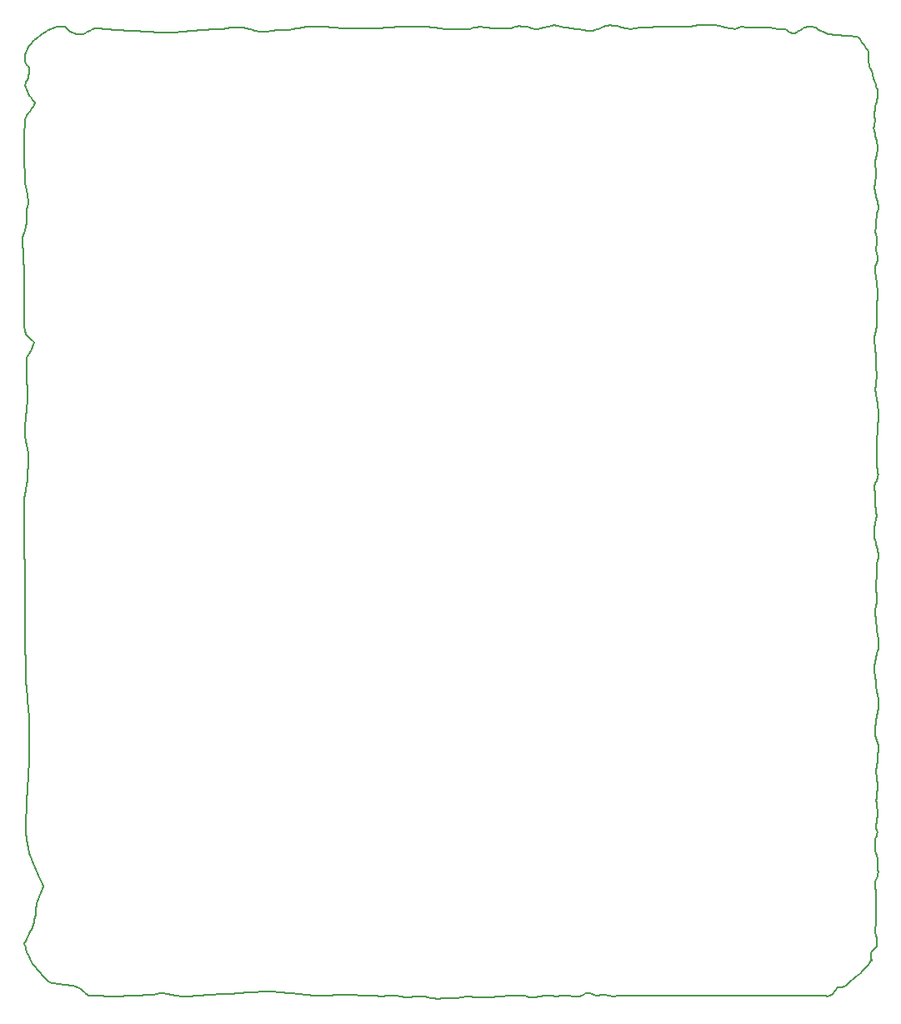
<source format=gbr>
%TF.GenerationSoftware,KiCad,Pcbnew,6.0.9-8da3e8f707~116~ubuntu22.04.1*%
%TF.CreationDate,2022-12-01T21:45:54+01:00*%
%TF.ProjectId,anesidoraMk1,616e6573-6964-46f7-9261-4d6b312e6b69,rev?*%
%TF.SameCoordinates,PX5ddd8a8PY82ce540*%
%TF.FileFunction,Profile,NP*%
%FSLAX46Y46*%
G04 Gerber Fmt 4.6, Leading zero omitted, Abs format (unit mm)*
G04 Created by KiCad (PCBNEW 6.0.9-8da3e8f707~116~ubuntu22.04.1) date 2022-12-01 21:45:54*
%MOMM*%
%LPD*%
G01*
G04 APERTURE LIST*
%ADD10C,0.200000*%
G04 APERTURE END LIST*
D10*
X807862Y60691905D02*
X786602Y60469738D01*
X764674Y60247723D01*
X742340Y60025826D01*
X719860Y59804011D01*
X697498Y59582242D01*
X675513Y59360487D01*
X654169Y59138708D01*
X633726Y58916872D01*
X614446Y58694943D01*
X596592Y58472886D01*
X585610Y58324759D01*
X465656Y49441817D02*
X474250Y49166074D01*
X480473Y48890483D01*
X484744Y48615009D01*
X487480Y48339617D01*
X489100Y48064272D01*
X490024Y47788939D01*
X490669Y47513582D01*
X491454Y47238167D01*
X492798Y46962658D01*
X495119Y46687020D01*
X497416Y46503172D01*
X786696Y95084207D02*
X921994Y94927441D01*
X982142Y94729000D01*
X994823Y94586779D01*
X35429457Y98777780D02*
X35173976Y98773099D01*
X34918206Y98767423D01*
X34662187Y98761416D01*
X34405962Y98755737D01*
X34149571Y98751051D01*
X33893056Y98748016D01*
X33636458Y98747296D01*
X33379819Y98749552D01*
X46432597Y98890672D02*
X46226728Y98858922D01*
X46160972Y98837747D01*
X50172054Y98865975D02*
X49972561Y98806262D01*
X49766737Y98769243D01*
X49628762Y98756615D01*
X87139630Y44273614D02*
X87141903Y44478477D01*
X87164812Y44681268D01*
X87189024Y44774552D01*
X66502130Y98982398D02*
X66298719Y98985926D01*
X66095226Y98987083D01*
X65891570Y98986594D01*
X65687671Y98985186D01*
X65483450Y98983584D01*
X65278826Y98982515D01*
X65196847Y98982398D01*
X871360Y22196774D02*
X857473Y21965596D01*
X843621Y21734399D01*
X829840Y21503166D01*
X816163Y21271879D01*
X802626Y21040523D01*
X789263Y20809078D01*
X776110Y20577528D01*
X763202Y20345855D01*
X750573Y20114043D01*
X738258Y19882073D01*
X730240Y19727330D01*
X86878577Y47748488D02*
X86851905Y47952394D01*
X86864198Y48184817D01*
X86907413Y48412621D01*
X86964932Y48637136D01*
X87005572Y48796227D01*
X39578127Y405706D02*
X39812630Y422739D01*
X40047740Y440799D01*
X40283314Y457931D01*
X40519215Y472178D01*
X40755302Y481586D01*
X40834015Y483307D01*
X87062029Y41539586D02*
X87018526Y41756515D01*
X86992325Y41974232D01*
X86985100Y42192041D01*
X86998524Y42409246D01*
X87034270Y42625149D01*
X87051435Y42696707D01*
X87259583Y80408639D02*
X87290518Y80612912D01*
X87265433Y80827272D01*
X87234886Y80948399D01*
X6036010Y98171013D02*
X5802919Y98212455D01*
X5578743Y98271485D01*
X5366710Y98354320D01*
X5170051Y98467177D01*
X4991995Y98616275D01*
X4835773Y98807831D01*
X4780122Y98897734D01*
X68170762Y98950638D02*
X67970586Y98929356D01*
X67768212Y98918402D01*
X67565580Y98917783D01*
X67525194Y98918900D01*
X86659857Y5143509D02*
X86818144Y5277655D01*
X86975727Y5415868D01*
X87121995Y5542149D01*
X850194Y53280041D02*
X840257Y53038176D01*
X818469Y52798493D01*
X786927Y52560588D01*
X747730Y52324057D01*
X702977Y52088495D01*
X654765Y51853500D01*
X634983Y51759569D01*
X61185766Y98894203D02*
X60976370Y98953152D01*
X60764910Y99004478D01*
X60551390Y99038492D01*
X60508439Y99042364D01*
X40784621Y98929472D02*
X40569750Y98929901D01*
X40355451Y98934637D01*
X40141278Y98941904D01*
X39926788Y98949928D01*
X39803910Y98954169D01*
X733771Y89908942D02*
X626177Y89727808D01*
X569563Y89531422D01*
X557382Y89390369D01*
X83622445Y98047528D02*
X83386327Y98064578D01*
X83150349Y98081207D01*
X82914650Y98099229D01*
X82679370Y98120459D01*
X82444649Y98146709D01*
X82366557Y98156888D01*
X6706296Y98312111D02*
X6506210Y98217570D01*
X6297086Y98167595D01*
X6080204Y98165426D01*
X6036010Y98171013D01*
X74446692Y98883609D02*
X74228404Y98881200D01*
X74010121Y98880860D01*
X73791835Y98892924D01*
X73748177Y98897734D01*
X75942466Y98887141D02*
X75709066Y98883382D01*
X75475313Y98881638D01*
X75241368Y98881345D01*
X75007393Y98881940D01*
X74773548Y98882857D01*
X74539995Y98883533D01*
X74446692Y98883609D01*
X86790383Y93750697D02*
X86718430Y93963612D01*
X86645370Y94176086D01*
X86570095Y94387674D01*
X86491498Y94597930D01*
X86444668Y94717305D01*
X455084Y69045681D02*
X463103Y68832647D01*
X487837Y68623024D01*
X525328Y68416083D01*
X571621Y68211099D01*
X622762Y68007344D01*
X674794Y67804089D01*
X694971Y67722764D01*
X87185492Y26250209D02*
X87083707Y26483442D01*
X87013508Y26719734D01*
X86970429Y26958506D01*
X86950006Y27199180D01*
X86947774Y27441177D01*
X86959267Y27683919D01*
X86980021Y27926826D01*
X87005572Y28169321D01*
X87199596Y18767785D02*
X87224923Y18968819D01*
X87221960Y19169728D01*
X87191345Y19372444D01*
X87181961Y19413374D01*
X776103Y62688618D02*
X814511Y62439751D01*
X840600Y62190594D01*
X855608Y61941189D01*
X860777Y61691578D01*
X857346Y61441803D01*
X846556Y61191904D01*
X829648Y60941925D01*
X807862Y60691905D01*
X4780122Y98897734D02*
X4579116Y98914795D01*
X4519070Y98925941D01*
X511519Y85054738D02*
X522760Y84852057D01*
X533609Y84647962D01*
X539547Y84443096D01*
X539748Y84402086D01*
X9285101Y497431D02*
X9512957Y482777D01*
X9740206Y475471D01*
X9966988Y476910D01*
X10193445Y488488D01*
X10419718Y511599D01*
X10495126Y522107D01*
X76760913Y98753083D02*
X76562586Y98819173D01*
X76359626Y98861122D01*
X76152698Y98882567D01*
X75942466Y98887141D01*
X28462096Y98820112D02*
X28265295Y98777670D01*
X28067889Y98738017D01*
X27870018Y98701710D01*
X27671821Y98669310D01*
X27473438Y98641375D01*
X27407294Y98633151D01*
X86292954Y96428290D02*
X86176444Y96592642D01*
X86050324Y96770621D01*
X85932023Y96937364D01*
X85802699Y97119000D01*
X85739112Y97207915D01*
X79170370Y98520260D02*
X79006812Y98401433D01*
X78941077Y98357974D01*
X87076132Y18129258D02*
X87112580Y18328512D01*
X87152779Y18528546D01*
X87192202Y18728060D01*
X87199596Y18767785D01*
X47628518Y98841278D02*
X47405896Y98868006D01*
X47182530Y98892873D01*
X46958419Y98910299D01*
X46733563Y98914702D01*
X46507962Y98900504D01*
X46432597Y98890672D01*
X87065538Y49530011D02*
X87028820Y49778878D01*
X87000000Y50028033D01*
X86978042Y50277435D01*
X86961913Y50527044D01*
X86950579Y50776818D01*
X86943007Y51026717D01*
X86938162Y51276699D01*
X86935012Y51526724D01*
X45494217Y458609D02*
X45704537Y452740D01*
X45914717Y444356D01*
X46124618Y435412D01*
X46334100Y427861D01*
X46543024Y423659D01*
X46612517Y423340D01*
X7150800Y98566122D02*
X6968704Y98467474D01*
X6789335Y98360642D01*
X6706296Y98312111D01*
X31231414Y553866D02*
X31437154Y549324D01*
X31555964Y564460D01*
X811372Y96671707D02*
X722634Y96487691D01*
X654186Y96297252D01*
X604033Y96101055D01*
X570178Y95899760D01*
X557382Y95782701D01*
X4519070Y98925941D02*
X4277191Y98961118D01*
X4043209Y98965246D01*
X3816421Y98941014D01*
X3596123Y98891109D01*
X3381612Y98818217D01*
X3172185Y98725027D01*
X2967140Y98614226D01*
X2765774Y98488500D01*
X87012635Y84522040D02*
X86953134Y84733693D01*
X86931684Y84943416D01*
X86940746Y85152316D01*
X86972785Y85361499D01*
X86998510Y85481585D01*
X87012635Y6741581D02*
X86973482Y6940799D01*
X86956425Y7140677D01*
X86959247Y7341883D01*
X86979730Y7545082D01*
X86998510Y7662347D01*
X86998510Y7662347D02*
X87027679Y7869719D01*
X87045775Y8078627D01*
X87055868Y8288373D01*
X87061027Y8498258D01*
X87064322Y8707586D01*
X87065538Y8777116D01*
X86977344Y62233543D02*
X87012202Y62437121D01*
X87038165Y62641036D01*
X87056384Y62845254D01*
X87068011Y63049739D01*
X87074195Y63254457D01*
X87076089Y63459373D01*
X87074845Y63664452D01*
X87071612Y63869659D01*
X87067543Y64074959D01*
X87063788Y64280318D01*
X87062029Y64417238D01*
X51403245Y98936535D02*
X51219794Y98950638D01*
X39253577Y409237D02*
X39455282Y399691D01*
X39578127Y405706D01*
X54003215Y99035301D02*
X53805980Y98988146D01*
X53608116Y98944332D01*
X53410025Y98901520D01*
X53212112Y98857367D01*
X53014781Y98809532D01*
X52818436Y98755673D01*
X52740265Y98731918D01*
X645577Y93203896D02*
X603208Y92996045D01*
X627831Y92796623D01*
X642045Y92752330D01*
X87132567Y54938079D02*
X87132315Y55156403D01*
X87131712Y55374799D01*
X87130985Y55593257D01*
X87130362Y55811766D01*
X87130069Y56030315D01*
X87130334Y56248896D01*
X87131385Y56467497D01*
X87133449Y56686108D01*
X87136754Y56904718D01*
X87141526Y57123319D01*
X87147994Y57341898D01*
X87156384Y57560446D01*
X87166925Y57778952D01*
X87179843Y57997407D01*
X87195365Y58215799D01*
X87213721Y58434119D01*
X553851Y78235537D02*
X460796Y78014554D01*
X394405Y77791423D01*
X351368Y77566064D01*
X328371Y77338398D01*
X322104Y77108342D01*
X329254Y76875816D01*
X335130Y76782095D01*
X10911401Y550335D02*
X11134555Y559015D01*
X11357559Y567292D01*
X11580446Y575325D01*
X11803252Y583271D01*
X12026011Y591285D01*
X12248759Y599526D01*
X12471530Y608151D01*
X12694359Y617316D01*
X12917281Y627179D01*
X13140331Y637896D01*
X13289120Y645592D01*
X86843287Y88441396D02*
X86811889Y88640610D01*
X86816600Y88855252D01*
X86865485Y89064079D01*
X86889150Y89125786D01*
X87111401Y14813138D02*
X87025031Y15006840D01*
X86973384Y15206490D01*
X86950179Y15411434D01*
X86949137Y15621013D01*
X87125526Y69885293D02*
X87116035Y70117261D01*
X87113490Y70349941D01*
X87117082Y70583010D01*
X87126004Y70816144D01*
X87139447Y71049022D01*
X87156605Y71281321D01*
X87164327Y71374005D01*
X818434Y80623850D02*
X777512Y80407525D01*
X754497Y80191061D01*
X744226Y79974319D01*
X741540Y79757161D01*
X741275Y79539447D01*
X740833Y79466728D01*
X821965Y65507309D02*
X732110Y65328068D01*
X723177Y65207457D01*
X48665686Y444506D02*
X48872912Y460070D01*
X49079278Y485321D01*
X49265412Y508004D01*
X786696Y4953016D02*
X855629Y4764151D01*
X888994Y4691943D01*
X1270000Y14351000D02*
X1359841Y14157258D01*
X1448875Y13963046D01*
X1537223Y13768451D01*
X1625008Y13573559D01*
X1712351Y13378459D01*
X1799374Y13183237D01*
X1886200Y12987981D01*
X1972951Y12792777D01*
X2059749Y12597714D01*
X2146716Y12402877D01*
X2204848Y12273155D01*
X57358136Y702027D02*
X57547083Y792934D01*
X57758009Y819394D01*
X57955363Y785705D01*
X57975497Y779649D01*
X5468043Y1569868D02*
X5674955Y1518507D01*
X5873445Y1443720D01*
X6062184Y1346396D01*
X6239846Y1227424D01*
X6335884Y1150062D01*
X87129057Y92688833D02*
X87059302Y92884982D01*
X86995226Y93083731D01*
X86934316Y93283966D01*
X86874058Y93484572D01*
X86811938Y93684435D01*
X86790383Y93750697D01*
X64918161Y98975335D02*
X64709324Y98934131D01*
X64499697Y98909865D01*
X64289523Y98897776D01*
X64079041Y98893098D01*
X63868494Y98891070D01*
X63658123Y98886926D01*
X63574078Y98883609D01*
X27887066Y783181D02*
X28088130Y771546D01*
X28288573Y755224D01*
X28488514Y735299D01*
X28688078Y712850D01*
X28887386Y688961D01*
X29086559Y664711D01*
X29285721Y641183D01*
X29484994Y619458D01*
X29684499Y600618D01*
X29884360Y585743D01*
X30017858Y578563D01*
X87196064Y86345895D02*
X87223238Y86550415D01*
X87210958Y86755672D01*
X87181961Y86896227D01*
X87171389Y53089527D02*
X87233719Y53289291D01*
X87240165Y53493967D01*
X87224293Y53590487D01*
X87019676Y74771257D02*
X87111612Y74949395D01*
X87150223Y75018206D01*
X82112546Y518597D02*
X82319115Y539193D01*
X82503713Y623201D01*
X82654143Y769677D01*
X82694638Y825512D01*
X87143161Y37524973D02*
X87119948Y37727528D01*
X87097686Y37930287D01*
X87076002Y38133129D01*
X87054524Y38335928D01*
X87032881Y38538562D01*
X87010701Y38740906D01*
X86987611Y38942838D01*
X86963241Y39144233D01*
X458594Y73010899D02*
X458631Y72762892D01*
X458731Y72514958D01*
X458873Y72267085D01*
X459035Y72019264D01*
X459198Y71771484D01*
X459339Y71523736D01*
X459440Y71276008D01*
X459479Y71028290D01*
X459435Y70780573D01*
X459288Y70532845D01*
X459018Y70285097D01*
X458602Y70037317D01*
X458022Y69789496D01*
X457256Y69541623D01*
X456283Y69293689D01*
X455084Y69045681D01*
X2204848Y12273155D02*
X2293224Y12073892D01*
X2380179Y11873857D01*
X2466357Y11674337D01*
X2483557Y11634607D01*
X45077942Y430403D02*
X45284755Y457733D01*
X45494217Y458609D01*
X86867984Y33316337D02*
X86822738Y33532673D01*
X86820762Y33755543D01*
X86844288Y33954951D01*
X86871515Y34103024D01*
X39571065Y98957701D02*
X39315591Y98948723D01*
X39059869Y98940117D01*
X38803981Y98931594D01*
X38548011Y98922865D01*
X38292040Y98913641D01*
X38036153Y98903632D01*
X37780431Y98892548D01*
X37524958Y98880100D01*
X790206Y16287747D02*
X825157Y16069696D01*
X858125Y15850314D01*
X892413Y15630929D01*
X931326Y15412865D01*
X86871515Y47148761D02*
X86852327Y47350467D01*
X86853880Y47473311D01*
X80017045Y539763D02*
X80278980Y539867D01*
X80540918Y539929D01*
X80802856Y539578D01*
X81064795Y538442D01*
X81326734Y536148D01*
X81588672Y532324D01*
X81850610Y526598D01*
X82112546Y518597D01*
X36755905Y472734D02*
X36991775Y513986D01*
X37227139Y543054D01*
X37462050Y560774D01*
X37696560Y567983D01*
X37930720Y565519D01*
X38164585Y554218D01*
X38398205Y534918D01*
X38631635Y508455D01*
X38864925Y475667D01*
X39098129Y437391D01*
X39253577Y409237D01*
X86935012Y51526724D02*
X86923549Y51734094D01*
X86898333Y51941464D01*
X86875046Y52129982D01*
X1139474Y91813951D02*
X1265358Y91648300D01*
X1384240Y91476574D01*
X1500819Y91304429D01*
X1566321Y91210693D01*
X55693013Y98823643D02*
X55492107Y98856310D01*
X55292215Y98894261D01*
X55093336Y98937718D01*
X54895472Y98986904D01*
X54782862Y99017667D01*
X25569335Y991307D02*
X25771182Y973426D01*
X25973677Y949079D01*
X26177464Y932481D01*
X26218434Y931341D01*
X49731082Y543294D02*
X49957399Y543036D01*
X50183360Y542260D01*
X50409127Y540967D01*
X50634862Y539157D01*
X50860726Y536829D01*
X51086882Y533984D01*
X51177462Y532701D01*
X82366557Y98156888D02*
X82166815Y98205138D01*
X81971163Y98286871D01*
X81847963Y98354443D01*
X87234886Y80948399D02*
X87170212Y81179225D01*
X87110887Y81411712D01*
X87055536Y81645458D01*
X87002785Y81880059D01*
X86951262Y82115111D01*
X86899593Y82350211D01*
X86878577Y82444174D01*
X62416957Y98753083D02*
X62217625Y98730649D01*
X61983768Y98732487D01*
X61754026Y98759507D01*
X61526584Y98805154D01*
X61299628Y98862869D01*
X61185766Y98894203D01*
X335130Y76782095D02*
X354400Y76572929D01*
X376939Y76365835D01*
X384524Y76270563D01*
X51547874Y497431D02*
X51778680Y439139D01*
X52008338Y414760D01*
X52237253Y416867D01*
X52465828Y438029D01*
X52694468Y470817D01*
X52923576Y507802D01*
X53015442Y522107D01*
X86998510Y85481585D02*
X87046752Y85697994D01*
X87095979Y85913741D01*
X87145859Y86129487D01*
X87196064Y86345895D01*
X31989874Y98862444D02*
X31768950Y98876970D01*
X31548037Y98892316D01*
X31327143Y98907818D01*
X31106281Y98922808D01*
X30885459Y98936619D01*
X30664689Y98948585D01*
X30443980Y98958040D01*
X30223344Y98964317D01*
X30002790Y98966748D01*
X29782329Y98964668D01*
X29561972Y98957410D01*
X29341728Y98944307D01*
X29121608Y98924692D01*
X28901622Y98897899D01*
X28681781Y98863262D01*
X28462096Y98820112D01*
X46160972Y98837747D02*
X45960603Y98775082D01*
X45756596Y98733250D01*
X45549281Y98709276D01*
X45338994Y98700180D01*
X3390176Y1830920D02*
X3598193Y1811332D01*
X3805603Y1782860D01*
X4012543Y1749273D01*
X4219156Y1714337D01*
X4425581Y1681818D01*
X4494373Y1672166D01*
X9941262Y98604923D02*
X9709751Y98622038D01*
X9478241Y98641303D01*
X9246730Y98662221D01*
X9015220Y98684297D01*
X8783710Y98707035D01*
X8552199Y98729937D01*
X8320689Y98752507D01*
X8089179Y98774249D01*
X86885640Y66787894D02*
X86864316Y67016985D01*
X86865411Y67243985D01*
X86885299Y67469035D01*
X86920351Y67692273D01*
X86966940Y67913839D01*
X86984406Y67987347D01*
X86970303Y78295504D02*
X86994874Y78499235D01*
X87008303Y78702965D01*
X87009103Y78761173D01*
X41564268Y395112D02*
X41770361Y334016D01*
X41976271Y294777D01*
X42182554Y273212D01*
X42389768Y265136D01*
X42598469Y266364D01*
X42668464Y268117D01*
X43518649Y98710752D02*
X43309989Y98719966D01*
X43101003Y98735316D01*
X42892111Y98756245D01*
X42683731Y98782196D01*
X42476282Y98812610D01*
X42407412Y98823643D01*
X1742710Y3316122D02*
X1888825Y3163180D01*
X2032711Y3008529D01*
X2174207Y2852008D01*
X2313151Y2693453D01*
X2449384Y2532703D01*
X2582744Y2369593D01*
X2635248Y2303652D01*
X86977344Y52666211D02*
X87070921Y52847021D01*
X87148287Y53036181D01*
X87171389Y53089527D01*
X57975497Y779649D02*
X58183253Y707646D01*
X58391523Y637713D01*
X58602890Y590518D01*
X58645762Y585626D01*
X87196064Y91775150D02*
X87227750Y91977508D01*
X87234243Y92177711D01*
X87209678Y92405014D01*
X87159202Y92603588D01*
X87129057Y92688833D01*
X14022904Y762015D02*
X14237208Y804298D01*
X14448276Y813381D01*
X14663215Y791199D01*
X14707294Y783181D01*
X86494040Y4691943D02*
X86494709Y4901561D01*
X86598308Y5085625D01*
X86659857Y5143509D01*
X1273510Y3947587D02*
X1384373Y3755905D01*
X1512971Y3577196D01*
X1656946Y3407696D01*
X1742710Y3316122D01*
X631473Y33827869D02*
X629849Y33599850D01*
X632645Y33372185D01*
X639442Y33144857D01*
X649821Y32917848D01*
X663363Y32691142D01*
X679649Y32464721D01*
X698261Y32238567D01*
X718780Y32012664D01*
X740786Y31786995D01*
X763862Y31561541D01*
X779634Y31411350D01*
X84970038Y97952293D02*
X84758620Y97965775D01*
X84547636Y97979776D01*
X84337007Y97994296D01*
X84126653Y98009334D01*
X83916493Y98024887D01*
X83706448Y98040957D01*
X83622445Y98047528D01*
X6335884Y1150062D02*
X6486374Y1014384D01*
X6635320Y874965D01*
X6785306Y736326D01*
X6815656Y709089D01*
X87093767Y23858366D02*
X87136210Y24058732D01*
X87170983Y24259692D01*
X87198164Y24461330D01*
X87217834Y24663725D01*
X87230076Y24866960D01*
X87234968Y25071116D01*
X87234886Y25153054D01*
X26218434Y931341D02*
X26428319Y921939D01*
X26637417Y905715D01*
X26845936Y884777D01*
X27054082Y861234D01*
X27262061Y837195D01*
X27470080Y814767D01*
X27678346Y796060D01*
X27887066Y783181D01*
X87005572Y28169321D02*
X87030857Y28388613D01*
X87061022Y28607368D01*
X87094991Y28825710D01*
X87131689Y29043762D01*
X87170040Y29261650D01*
X87208969Y29479495D01*
X87247400Y29697422D01*
X87284259Y29915554D01*
X86889150Y89125786D02*
X86944144Y89323741D01*
X86940104Y89537383D01*
X86931481Y89580861D01*
X15525741Y98372099D02*
X15304194Y98368099D01*
X15082724Y98366558D01*
X14861327Y98367291D01*
X14639996Y98370111D01*
X14418727Y98374834D01*
X14197515Y98381272D01*
X13976355Y98389240D01*
X13755241Y98398551D01*
X13534168Y98409021D01*
X13313132Y98420462D01*
X13092127Y98432688D01*
X12871148Y98445514D01*
X12650190Y98458754D01*
X12429248Y98472221D01*
X12208316Y98485730D01*
X11987391Y98499094D01*
X790206Y93500239D02*
X694440Y93316569D01*
X645577Y93203896D01*
X80909583Y98848340D02*
X80782567Y98904775D01*
X16922748Y98456762D02*
X16705643Y98434199D01*
X16487747Y98415804D01*
X16269302Y98401092D01*
X16050549Y98389578D01*
X15831732Y98380780D01*
X15613092Y98374211D01*
X15525741Y98372099D01*
X1019520Y90275845D02*
X895970Y90112618D01*
X769636Y89953939D01*
X733771Y89908942D01*
X85739112Y97207915D02*
X85616591Y97377127D01*
X85494305Y97545629D01*
X85389844Y97701813D01*
X87058498Y10410478D02*
X87057381Y10610576D01*
X87051217Y10843455D01*
X87036443Y11076144D01*
X87014240Y11275777D01*
X86980875Y11475874D01*
X829028Y30853955D02*
X833673Y30643925D01*
X844398Y30434475D01*
X860333Y30225521D01*
X880610Y30016980D01*
X904360Y29808771D01*
X930714Y29600810D01*
X958804Y29393014D01*
X987761Y29185301D01*
X899566Y54348946D02*
X887753Y54148525D01*
X876499Y53948106D01*
X866362Y53747688D01*
X857902Y53547270D01*
X851676Y53346849D01*
X850194Y53280041D01*
X86984406Y67987347D02*
X87035323Y68222851D01*
X87074914Y68458521D01*
X87104087Y68694524D01*
X87123752Y68931024D01*
X87134819Y69168185D01*
X87138197Y69406174D01*
X87134796Y69645155D01*
X87125526Y69885293D01*
X87181961Y19413374D02*
X87129693Y19655333D01*
X87092054Y19898408D01*
X87069209Y20142679D01*
X87061317Y20388226D01*
X87068541Y20635128D01*
X87091044Y20883465D01*
X87104360Y20983218D01*
X61076406Y553866D02*
X61488836Y553525D01*
X61901286Y553165D01*
X62313753Y552787D01*
X62726237Y552392D01*
X63138737Y551981D01*
X63551251Y551556D01*
X63963778Y551119D01*
X64376316Y550670D01*
X64788864Y550210D01*
X65201422Y549742D01*
X65613987Y549266D01*
X66026558Y548784D01*
X66439135Y548296D01*
X66851715Y547804D01*
X67264298Y547310D01*
X67676882Y546815D01*
X68089466Y546320D01*
X68502049Y545826D01*
X68914629Y545334D01*
X69327205Y544846D01*
X69739776Y544364D01*
X70152341Y543888D01*
X70564897Y543420D01*
X70977445Y542960D01*
X71389982Y542511D01*
X71802508Y542074D01*
X72215020Y541649D01*
X72627518Y541238D01*
X73040001Y540843D01*
X73452467Y540465D01*
X73864915Y540105D01*
X74277344Y539763D01*
X86995000Y61813736D02*
X86967657Y62024956D01*
X86977344Y62233543D01*
X87150223Y75018206D02*
X87221490Y75208889D01*
X87218145Y75422662D01*
X87210189Y75466219D01*
X51219794Y98950638D02*
X51017500Y98990694D01*
X50786013Y99000890D01*
X50558134Y98976171D01*
X50332534Y98921193D01*
X50172054Y98865975D01*
X35411822Y539763D02*
X35638344Y534810D01*
X35865189Y537344D01*
X36091940Y537739D01*
X36318180Y526368D01*
X36543491Y493605D01*
X36618316Y476266D01*
X740833Y63249544D02*
X743618Y63038265D01*
X757193Y62827362D01*
X776103Y62688618D01*
X49628762Y98756615D02*
X49377722Y98746075D01*
X49127218Y98743059D01*
X48877127Y98746822D01*
X48627324Y98756620D01*
X48377685Y98771710D01*
X48128087Y98791345D01*
X47878406Y98814783D01*
X47628518Y98841278D01*
X83086216Y1372313D02*
X83291509Y1392513D01*
X83357862Y1397010D01*
X994823Y94586779D02*
X994989Y94375358D01*
X981245Y94166402D01*
X950104Y93960890D01*
X898081Y93759798D01*
X821688Y93564103D01*
X790206Y93500239D01*
X60508439Y99042364D02*
X60256523Y99063607D01*
X60014896Y99076551D01*
X59787956Y99065622D01*
X59574807Y99017790D01*
X59365743Y98943601D01*
X59153670Y98858232D01*
X59026768Y98806009D01*
X694971Y67722764D02*
X815363Y67550674D01*
X931326Y67447587D01*
X22919971Y881947D02*
X23128299Y901595D01*
X23337406Y911316D01*
X23526738Y913707D01*
X726709Y78955196D02*
X694518Y78747041D01*
X655575Y78538992D01*
X598111Y78339525D01*
X553851Y78235537D01*
X7235463Y543294D02*
X7455155Y543730D01*
X7674411Y542070D01*
X7893312Y538796D01*
X8111937Y534392D01*
X8330369Y529342D01*
X8548688Y524130D01*
X8636002Y522107D01*
X1012458Y25826872D02*
X1012356Y25626425D01*
X1014630Y25425839D01*
X1017183Y25224972D01*
X1017920Y25023687D01*
X1014746Y24821843D01*
X1012458Y24754413D01*
X86568131Y4148673D02*
X86545622Y4349717D01*
X86519018Y4554478D01*
X86494040Y4691943D01*
X719668Y82415945D02*
X757105Y82217834D01*
X795939Y82020188D01*
X833099Y81822728D01*
X865516Y81625175D01*
X893247Y81394206D01*
X896057Y81361143D01*
X642045Y82775786D02*
X687282Y82573377D01*
X719668Y82415945D01*
X730240Y56571442D02*
X788321Y56367327D01*
X834346Y56161880D01*
X869463Y55955259D01*
X894824Y55747620D01*
X911581Y55539120D01*
X920884Y55329917D01*
X923885Y55120167D01*
X921734Y54910028D01*
X915582Y54699656D01*
X906581Y54489209D01*
X899566Y54348946D01*
X931326Y15412865D02*
X975178Y15207959D01*
X1027633Y15005888D01*
X1089111Y14806512D01*
X1160030Y14609692D01*
X1240809Y14415289D01*
X1270000Y14351000D01*
X740833Y79466728D02*
X742515Y79256531D01*
X738191Y79049165D01*
X726709Y78955196D01*
X63574078Y98883609D02*
X63355838Y98869146D01*
X63137880Y98849752D01*
X62920482Y98825707D01*
X62703922Y98797290D01*
X62488476Y98764781D01*
X62416957Y98753083D01*
X85389844Y97701813D02*
X85249299Y97857338D01*
X85053658Y97942134D01*
X84970038Y97952293D01*
X18961793Y98636682D02*
X18706477Y98622002D01*
X18451204Y98604595D01*
X18196013Y98584708D01*
X17940946Y98562589D01*
X17686045Y98538487D01*
X17431350Y98512650D01*
X17176904Y98485326D01*
X16922748Y98456762D01*
X87051435Y42696707D02*
X87094727Y42892662D01*
X87128412Y43138071D01*
X87144445Y43383997D01*
X87148237Y43630441D01*
X87145197Y43877401D01*
X87140737Y44124879D01*
X87139630Y44273614D01*
X451553Y74922949D02*
X454890Y74683509D01*
X457113Y74444109D01*
X458426Y74204793D01*
X459038Y73965600D01*
X459153Y73726573D01*
X458980Y73487753D01*
X458725Y73249182D01*
X458594Y73010899D01*
X585610Y58324759D02*
X572291Y58104006D01*
X565048Y57883623D01*
X565329Y57663653D01*
X574580Y57444136D01*
X594250Y57225116D01*
X625785Y57006632D01*
X670632Y56788727D01*
X730240Y56571442D01*
X599714Y40583572D02*
X599570Y40334535D01*
X597444Y40085516D01*
X593771Y39836531D01*
X588988Y39587599D01*
X583531Y39338736D01*
X577835Y39089961D01*
X572336Y38841290D01*
X567472Y38592742D01*
X563677Y38344333D01*
X561387Y38096082D01*
X560913Y37930676D01*
X52024137Y98806009D02*
X51842753Y98899375D01*
X51629683Y98950706D01*
X51424360Y98940847D01*
X51403245Y98936535D01*
X80782567Y98904775D02*
X80552225Y98923222D01*
X80321062Y98944069D01*
X80091290Y98943390D01*
X79865125Y98897257D01*
X79738359Y98841278D01*
X60519011Y504472D02*
X60726696Y535610D01*
X60936236Y551111D01*
X61076406Y553866D01*
X43783232Y296345D02*
X43987787Y299997D01*
X44191387Y308394D01*
X44394112Y322669D01*
X44596045Y343953D01*
X44797268Y373378D01*
X44997862Y412075D01*
X45077942Y430403D01*
X87104360Y20983218D02*
X87135126Y21220183D01*
X87158040Y21457436D01*
X87172192Y21694936D01*
X87176672Y21932641D01*
X87170569Y22170511D01*
X87152973Y22408504D01*
X87122974Y22646579D01*
X87079663Y22884695D01*
X69500741Y99134089D02*
X69289083Y99136359D01*
X69080153Y99117697D01*
X68873062Y99084564D01*
X68666923Y99043420D01*
X68460848Y99000723D01*
X68253950Y98962933D01*
X68170762Y98950638D01*
X34067740Y642061D02*
X34271157Y630141D01*
X34473027Y607887D01*
X34675929Y585636D01*
X34716860Y582095D01*
X78288426Y98361505D02*
X78133224Y98467334D01*
X39803910Y98954169D02*
X39600172Y98957550D01*
X39571065Y98957701D01*
X72894461Y98770718D02*
X72699557Y98720187D01*
X72672209Y98724877D01*
X87076132Y16764010D02*
X87150294Y16968561D01*
X87163342Y17176711D01*
X87114933Y17353142D01*
X32949440Y638530D02*
X33159760Y640773D01*
X33369940Y643061D01*
X33579841Y644699D01*
X33789323Y644986D01*
X33998247Y643224D01*
X34067740Y642061D01*
X87206658Y45652987D02*
X87153535Y45886161D01*
X87100219Y46119415D01*
X87047031Y46352832D01*
X86994297Y46586493D01*
X86942338Y46820479D01*
X86891478Y47054872D01*
X86871515Y47148761D01*
X384524Y76270563D02*
X397898Y76060317D01*
X411146Y75849717D01*
X423622Y75638924D01*
X434678Y75428099D01*
X443668Y75217403D01*
X449946Y75006995D01*
X451553Y74922949D01*
X896057Y81361143D02*
X898406Y81153800D01*
X879147Y80944733D01*
X843457Y80737236D01*
X818434Y80623850D01*
X36618316Y476266D02*
X36755905Y472734D01*
X49265412Y508004D02*
X49469143Y528215D01*
X49672873Y542357D01*
X49731082Y543294D01*
X1040686Y28299847D02*
X1039341Y28068576D01*
X1037374Y27837136D01*
X1034908Y27605544D01*
X1032064Y27373820D01*
X1028965Y27141979D01*
X1025731Y26910040D01*
X1022486Y26678020D01*
X1019351Y26445937D01*
X1016448Y26213808D01*
X1013900Y25981651D01*
X1012458Y25826872D01*
X86980875Y11475874D02*
X86946350Y11696482D01*
X86939967Y11917128D01*
X86968593Y12135816D01*
X87039096Y12350549D01*
X87100829Y12470710D01*
X1012458Y24754413D02*
X1001103Y24514393D01*
X988958Y24274524D01*
X976162Y24034771D01*
X962855Y23795099D01*
X949175Y23555473D01*
X935263Y23315859D01*
X921257Y23076220D01*
X907298Y22836522D01*
X893524Y22596731D01*
X880076Y22356810D01*
X871360Y22196774D01*
X85792016Y3196168D02*
X85936594Y3371237D01*
X86080988Y3547468D01*
X86225757Y3725280D01*
X86371455Y3905092D01*
X86518642Y4087321D01*
X86568131Y4148673D01*
X87079663Y22884695D02*
X87047649Y23096674D01*
X87035099Y23310359D01*
X87042235Y23524420D01*
X87069284Y23737529D01*
X87093767Y23858366D01*
X634983Y51759569D02*
X593541Y51543264D01*
X558296Y51326906D01*
X528933Y51110442D01*
X505139Y50893821D01*
X486599Y50676990D01*
X473001Y50459899D01*
X464029Y50242493D01*
X459372Y50024722D01*
X458714Y49806534D01*
X461743Y49587876D01*
X465656Y49441817D01*
X543279Y44778083D02*
X547940Y44516109D01*
X552643Y44254061D01*
X557347Y43991951D01*
X562010Y43729789D01*
X566590Y43467585D01*
X571047Y43205350D01*
X575339Y42943094D01*
X579425Y42680828D01*
X583263Y42418562D01*
X586812Y42156306D01*
X590030Y41894071D01*
X592876Y41631867D01*
X595309Y41369705D01*
X597287Y41107595D01*
X598769Y40845547D01*
X599714Y40583572D01*
X54782862Y99017667D02*
X54564471Y99064196D01*
X54347344Y99078439D01*
X54127708Y99059920D01*
X54003215Y99035301D01*
X78133224Y98467334D02*
X77956829Y98583201D01*
X77769852Y98661366D01*
X77569650Y98694553D01*
X77353577Y98675483D01*
X42668464Y268117D02*
X42877146Y274354D01*
X43086295Y280774D01*
X43295629Y286820D01*
X43504871Y291935D01*
X43713740Y295563D01*
X43783232Y296345D01*
X87121995Y41218568D02*
X87089052Y41420343D01*
X87062029Y41539586D01*
X6815656Y709089D02*
X6994217Y591952D01*
X7188839Y544864D01*
X7235463Y543294D01*
X87114933Y17353142D02*
X87051327Y17549322D01*
X87035081Y17766581D01*
X87054724Y17983369D01*
X87076132Y18129258D01*
X86871515Y34103024D02*
X86913469Y34313654D01*
X86955134Y34524654D01*
X86997212Y34735736D01*
X87040407Y34946611D01*
X87085422Y35156988D01*
X87132960Y35366580D01*
X87183724Y35575098D01*
X87238418Y35782250D01*
X87044373Y84059902D02*
X87055883Y84265285D01*
X87029911Y84467888D01*
X87012635Y84522040D01*
X86942075Y16040819D02*
X86946526Y16250919D01*
X86972116Y16456995D01*
X87028266Y16656692D01*
X87076132Y16764010D01*
X497416Y46503172D02*
X500973Y46287536D01*
X506062Y46071900D01*
X512228Y45856264D01*
X519015Y45640628D01*
X525968Y45424992D01*
X532633Y45209356D01*
X538555Y44993720D01*
X543279Y44778083D01*
X59026768Y98806009D02*
X58832402Y98727149D01*
X58681052Y98668420D01*
X73748177Y98897734D02*
X73526484Y98915589D01*
X73310741Y98908310D01*
X73100288Y98863989D01*
X72894461Y98770718D01*
X2007294Y10558639D02*
X1919487Y10378065D01*
X1834587Y10156596D01*
X1770432Y9930707D01*
X1725346Y9701235D01*
X1697654Y9469020D01*
X1689807Y9352145D01*
X71391624Y98936535D02*
X71183740Y99004059D01*
X70972738Y99055535D01*
X70758480Y99090547D01*
X70540825Y99108675D01*
X70319636Y99109503D01*
X70245097Y99105861D01*
X87210189Y75466219D02*
X87168320Y75670614D01*
X87124044Y75874895D01*
X87097298Y75967179D01*
X46612517Y423340D02*
X46869162Y423672D01*
X47125808Y424664D01*
X47382454Y426319D01*
X47639101Y428635D01*
X47895747Y431612D01*
X48152393Y435250D01*
X48409039Y439548D01*
X48665686Y444506D01*
X30017858Y578563D02*
X30245729Y570341D01*
X30473140Y564862D01*
X30700366Y561149D01*
X30927688Y558225D01*
X31155384Y555114D01*
X31231414Y553866D01*
X8089179Y98774249D02*
X7872723Y98778067D01*
X7662911Y98750641D01*
X7459298Y98696184D01*
X7261444Y98618907D01*
X7150800Y98566122D01*
X87234886Y25153054D02*
X87241052Y25362524D01*
X87273687Y25569329D01*
X87227824Y13472587D02*
X87215781Y13696724D01*
X87202946Y13920287D01*
X87189541Y14143723D01*
X87175788Y14367477D01*
X87167858Y14495651D01*
X18877130Y627957D02*
X19077556Y639115D01*
X19277998Y650621D01*
X19478475Y662267D01*
X19679004Y673844D01*
X19879602Y685142D01*
X20080288Y695951D01*
X20281078Y706063D01*
X20481991Y715268D01*
X20683044Y723356D01*
X20884255Y730118D01*
X21018493Y733786D01*
X87252521Y36886446D02*
X87210243Y37084998D01*
X87175592Y37284188D01*
X87147916Y37484666D01*
X87143161Y37524973D01*
X22994040Y98791905D02*
X22750468Y98841974D01*
X22506024Y98876218D01*
X22260868Y98894314D01*
X22015163Y98895939D01*
X21769070Y98880770D01*
X21522751Y98848485D01*
X21424196Y98830706D01*
X779634Y31411350D02*
X803633Y31201182D01*
X822797Y30992139D01*
X829028Y30853955D01*
X77353577Y98675483D02*
X77147459Y98659835D01*
X76943844Y98692173D01*
X76760913Y98753083D01*
X58645762Y585626D02*
X58859992Y590867D01*
X59077193Y622590D01*
X59294139Y645268D01*
X59337214Y645592D01*
X36734739Y98798946D02*
X36531328Y98792110D01*
X36327835Y98787646D01*
X36124179Y98784829D01*
X35920281Y98782932D01*
X35716060Y98781227D01*
X35511436Y98778988D01*
X35429457Y98777780D01*
X2765774Y98488500D02*
X2576442Y98369556D01*
X2386325Y98252387D01*
X2199664Y98130401D01*
X2099019Y98058122D01*
X500926Y5845533D02*
X564852Y5645998D01*
X627416Y5449627D01*
X689283Y5255536D01*
X751119Y5062842D01*
X786696Y4953016D01*
X87224293Y53590487D02*
X87182958Y53799548D01*
X87156124Y54009759D01*
X87140722Y54220715D01*
X87133685Y54432010D01*
X87131945Y54643239D01*
X87132434Y54853998D01*
X87132567Y54938079D01*
X87079663Y40393058D02*
X87123975Y40600928D01*
X87143155Y40807138D01*
X87141172Y41012686D01*
X87121995Y41218568D01*
X67525194Y98918900D02*
X67301056Y98929733D01*
X67077493Y98945696D01*
X66854058Y98962802D01*
X66630304Y98977062D01*
X66502130Y98982398D01*
X87065538Y8777116D02*
X87067263Y8980995D01*
X87067417Y9185124D01*
X87066414Y9389419D01*
X87064666Y9593797D01*
X87062587Y9798176D01*
X87060591Y10002471D01*
X87059090Y10206600D01*
X87058498Y10410478D01*
X87009103Y78761173D02*
X87011906Y78971017D01*
X87022936Y79179826D01*
X87042152Y79387560D01*
X87069513Y79594176D01*
X87104978Y79799633D01*
X87148505Y80003890D01*
X87200053Y80206906D01*
X87259583Y80408639D01*
X4494373Y1672166D02*
X4707765Y1650807D01*
X4921502Y1633814D01*
X5134918Y1615428D01*
X5347350Y1589890D01*
X5468043Y1569868D01*
X86882109Y82719329D02*
X86907793Y82929114D01*
X86934659Y83138543D01*
X86961816Y83347778D01*
X86988377Y83556981D01*
X87013453Y83766313D01*
X87036155Y83975936D01*
X87044373Y84059902D01*
X54348931Y504472D02*
X54550968Y472502D01*
X54715833Y490369D01*
X40834015Y483307D02*
X41043008Y481684D01*
X41253572Y465827D01*
X41457229Y428199D01*
X41564268Y395112D01*
X557382Y89390369D02*
X552051Y89168782D01*
X546659Y88947195D01*
X541226Y88725607D01*
X535772Y88504018D01*
X530319Y88282430D01*
X524887Y88060841D01*
X519496Y87839252D01*
X514167Y87617663D01*
X508921Y87396075D01*
X503779Y87174486D01*
X498760Y86952897D01*
X493886Y86731309D01*
X489178Y86509720D01*
X484655Y86288132D01*
X480339Y86066545D01*
X476250Y85844957D01*
X87189024Y44774552D02*
X87241382Y44992175D01*
X87258690Y45211122D01*
X87245572Y45431392D01*
X87206658Y45652987D01*
X27407294Y98633151D02*
X27187081Y98610710D01*
X26965880Y98596542D01*
X26744016Y98590973D01*
X26521818Y98594329D01*
X8636002Y522107D02*
X8838560Y517670D01*
X9041895Y510512D01*
X9244713Y499994D01*
X9285101Y497431D01*
X87284259Y29915554D02*
X87312290Y30138791D01*
X87320664Y30360093D01*
X87306943Y30580569D01*
X87268693Y30801326D01*
X87234886Y30928024D01*
X87062029Y64417238D02*
X87058734Y64640388D01*
X87052800Y64863350D01*
X87044192Y65086127D01*
X87032875Y65308718D01*
X87018814Y65531122D01*
X87001975Y65753340D01*
X86982324Y65975372D01*
X86959824Y66197217D01*
X86934442Y66418876D01*
X86906143Y66640349D01*
X86885640Y66787894D01*
X79738359Y98841278D02*
X79559864Y98744232D01*
X79382022Y98644470D01*
X79205469Y98541346D01*
X79170370Y98520260D01*
X16132530Y550335D02*
X16368575Y522839D01*
X16604454Y506708D01*
X16840184Y500284D01*
X17075781Y501912D01*
X17311262Y509934D01*
X17546645Y522693D01*
X17781948Y538534D01*
X18017186Y555798D01*
X18252377Y572830D01*
X18487539Y587972D01*
X18644306Y596198D01*
X87005572Y48796227D02*
X87050492Y49005370D01*
X87078096Y49211371D01*
X87079435Y49416114D01*
X87065538Y49530011D01*
X86878577Y82444174D02*
X86874608Y82650051D01*
X86882109Y82719329D01*
X87263093Y59876968D02*
X87254719Y60088204D01*
X87227824Y60296774D01*
X87273687Y25569329D02*
X87299934Y25769679D01*
X87280910Y25985491D01*
X87214281Y26191032D01*
X87185492Y26250209D01*
X87234886Y30928024D02*
X87173504Y31152741D01*
X87123784Y31380071D01*
X87083949Y31609532D01*
X87052220Y31840639D01*
X87026821Y32072910D01*
X87005973Y32305861D01*
X86998510Y32399123D01*
X87104360Y72905070D02*
X87079008Y73106812D01*
X87052463Y73308556D01*
X87024563Y73510300D01*
X86995144Y73712045D01*
X86964046Y73913789D01*
X86931106Y74115531D01*
X86917378Y74196227D01*
X86998510Y32399123D02*
X86985502Y32600500D01*
X86969679Y32801654D01*
X86944168Y33002364D01*
X86902101Y33202410D01*
X86867984Y33316337D01*
X691439Y18658425D02*
X675110Y18434461D01*
X663875Y18211002D01*
X657802Y17987997D01*
X656961Y17765393D01*
X661422Y17543138D01*
X671254Y17321179D01*
X686527Y17099465D01*
X707311Y16877941D01*
X733675Y16656556D01*
X765690Y16435258D01*
X790206Y16287747D01*
X86949137Y15621013D02*
X86950894Y15830909D01*
X86942075Y16040819D01*
X42407412Y98823643D02*
X42204995Y98852788D01*
X42002539Y98876890D01*
X41800001Y98896197D01*
X41597340Y98910956D01*
X41394513Y98921415D01*
X41191479Y98927822D01*
X40988195Y98930426D01*
X40784621Y98929472D01*
X86875046Y52129982D02*
X86869277Y52338709D01*
X86912247Y52537770D01*
X86977344Y52666211D01*
X987761Y29185301D02*
X1012408Y28965099D01*
X1028781Y28743899D01*
X1037875Y28522037D01*
X1040686Y28299847D01*
X54715833Y490369D02*
X54955591Y527635D01*
X55195272Y550559D01*
X55434793Y559787D01*
X55674073Y555967D01*
X55913031Y539746D01*
X56151586Y511769D01*
X56246877Y497431D01*
X85312243Y2769321D02*
X85473966Y2892766D01*
X85626257Y3022668D01*
X85779034Y3180727D01*
X85792016Y3196168D01*
X1566321Y91210693D02*
X1489161Y91014285D01*
X1395488Y90831501D01*
X1289627Y90658856D01*
X1175905Y90492859D01*
X1058645Y90330024D01*
X1019520Y90275845D01*
X1689807Y9352145D02*
X1671419Y9082945D01*
X1642056Y8817040D01*
X1601716Y8554379D01*
X1550399Y8294908D01*
X1488107Y8038577D01*
X1414838Y7785333D01*
X1330594Y7535123D01*
X1235373Y7287897D01*
X1129177Y7043602D01*
X1012006Y6802185D01*
X927794Y6642814D01*
X34716860Y582095D02*
X34932753Y566592D01*
X35150074Y553154D01*
X35368168Y541787D01*
X35411822Y539763D01*
X86853880Y47473311D02*
X86881501Y47674164D01*
X86878577Y47748488D01*
X86285913Y95623946D02*
X86297432Y95842891D01*
X86298694Y96055219D01*
X86294860Y96276300D01*
X86292954Y96428290D01*
X84243316Y1869721D02*
X84408067Y2012991D01*
X84572239Y2157387D01*
X84736798Y2301459D01*
X84902715Y2443754D01*
X85070956Y2582820D01*
X85242490Y2717204D01*
X85312243Y2769321D01*
X86963241Y39144233D02*
X86945288Y39343545D01*
X86944548Y39580677D01*
X86963736Y39815579D01*
X86999921Y40048247D01*
X87050175Y40278681D01*
X87079663Y40393058D01*
X78941077Y98357974D02*
X78737698Y98272820D01*
X78532764Y98259621D01*
X78328856Y98334529D01*
X78288426Y98361505D01*
X888994Y4691943D02*
X983302Y4506689D01*
X1079927Y4321098D01*
X1177215Y4134840D01*
X1273510Y3947587D01*
X65196847Y98982398D02*
X64994691Y98985923D01*
X64918161Y98975335D01*
X86931481Y89580861D02*
X86893570Y89803484D01*
X86878187Y90024370D01*
X86882068Y90243768D01*
X86901947Y90461926D01*
X86934558Y90679092D01*
X86976636Y90895513D01*
X87024916Y91111439D01*
X87076132Y91327116D01*
X14707294Y783181D02*
X14929130Y740258D01*
X15151401Y700468D01*
X15374026Y663326D01*
X15596927Y628349D01*
X15820021Y595052D01*
X16043231Y562950D01*
X16132530Y550335D01*
X21424196Y98830706D02*
X21195543Y98791967D01*
X20966085Y98760400D01*
X20735941Y98734996D01*
X20505233Y98714742D01*
X20274085Y98698627D01*
X20042617Y98685641D01*
X19810952Y98674771D01*
X19579211Y98665007D01*
X19347516Y98655337D01*
X19115990Y98644749D01*
X18961793Y98636682D01*
X23526738Y913707D02*
X23744698Y918671D01*
X23962191Y926661D01*
X24179495Y939211D01*
X24396894Y957854D01*
X24614667Y984123D01*
X24687391Y994839D01*
X51177462Y532701D02*
X51388752Y526750D01*
X51547874Y497431D01*
X723177Y65207457D02*
X725529Y64962714D01*
X727425Y64717972D01*
X729074Y64473232D01*
X730681Y64228493D01*
X732453Y63983755D01*
X734598Y63739018D01*
X737322Y63494281D01*
X740833Y63249544D01*
X87100829Y12470710D02*
X87191850Y12680937D01*
X87234354Y12898068D01*
X87243626Y13119886D01*
X87234953Y13344171D01*
X87227824Y13472587D01*
X82694638Y825512D02*
X82812454Y992980D01*
X82934408Y1161478D01*
X83060501Y1336175D01*
X83086216Y1372313D01*
X11987391Y98499094D02*
X11731910Y98512756D01*
X11476182Y98525053D01*
X11220291Y98536606D01*
X10964318Y98548036D01*
X10708346Y98559963D01*
X10452458Y98573006D01*
X10196735Y98587786D01*
X9941262Y98604923D01*
X87238418Y35782250D02*
X87284658Y35992580D01*
X87309227Y36199840D01*
X87313519Y36405426D01*
X87298930Y36610731D01*
X87266856Y36817151D01*
X87252521Y36886446D01*
X613817Y35274249D02*
X630715Y35048893D01*
X639652Y34822825D01*
X642486Y34596369D01*
X641073Y34369849D01*
X637271Y34143586D01*
X632938Y33917906D01*
X631473Y33827869D01*
X33379819Y98749552D02*
X33162960Y98758752D01*
X32945745Y98774749D01*
X32728337Y98795040D01*
X32510896Y98817122D01*
X32293585Y98838492D01*
X32076564Y98856645D01*
X31989874Y98862444D01*
X642045Y92752330D02*
X711531Y92562850D01*
X804237Y92349497D01*
X912009Y92144657D01*
X1037506Y91948553D01*
X1139474Y91813951D01*
X2635248Y2303652D02*
X2769191Y2146318D01*
X2934875Y1996017D01*
X3126685Y1887969D01*
X3326353Y1836927D01*
X3390176Y1830920D01*
X58681052Y98668420D02*
X58467326Y98600644D01*
X58251262Y98555905D01*
X58031530Y98535979D01*
X57806798Y98542637D01*
X57675623Y98559060D01*
X539748Y84402086D02*
X541250Y84198366D01*
X543826Y83994686D01*
X548550Y83791087D01*
X556499Y83587612D01*
X568747Y83384303D01*
X586371Y83181200D01*
X610445Y82978348D01*
X642045Y82775786D01*
X87164327Y71374005D02*
X87178006Y71614951D01*
X87180543Y71855024D01*
X87173714Y72094385D01*
X87159295Y72333197D01*
X87139065Y72571621D01*
X87114798Y72809819D01*
X87104360Y72905070D01*
X60021603Y539763D02*
X60223115Y494394D01*
X60423429Y489089D01*
X60519011Y504472D01*
X74277344Y539763D02*
X74635857Y539220D01*
X74994376Y538895D01*
X75352905Y538755D01*
X75711448Y538770D01*
X76070012Y538910D01*
X76428602Y539143D01*
X76787222Y539438D01*
X77145878Y539763D01*
X77504575Y540089D01*
X77863319Y540384D01*
X78222114Y540617D01*
X78580966Y540757D01*
X78939880Y540772D01*
X79298861Y540632D01*
X79657914Y540307D01*
X80017045Y539763D01*
X21018493Y733786D02*
X21257623Y742033D01*
X21496174Y753464D01*
X21734230Y767954D01*
X21971872Y785380D01*
X22209184Y805616D01*
X22446249Y828539D01*
X22683150Y854025D01*
X22919971Y881947D01*
X31555964Y564460D02*
X31772836Y604201D01*
X31990145Y627116D01*
X32207809Y637564D01*
X32425748Y639904D01*
X32643881Y638497D01*
X32862127Y637701D01*
X32949440Y638530D01*
X10495126Y522107D02*
X10703271Y541526D01*
X10911401Y550335D01*
X927794Y6642814D02*
X831141Y6464338D01*
X735942Y6286624D01*
X629491Y6086727D01*
X526184Y5892781D01*
X500926Y5845533D01*
X87227824Y60296774D02*
X87191228Y60533485D01*
X87154356Y60770549D01*
X87117451Y61007804D01*
X87080756Y61245090D01*
X87044513Y61482245D01*
X87008968Y61719109D01*
X86995000Y61813736D01*
X18644306Y596198D02*
X18848028Y624710D01*
X18877130Y627957D01*
X81847963Y98354443D02*
X81641447Y98460393D01*
X81426891Y98550610D01*
X81214487Y98644814D01*
X81014432Y98762728D01*
X80909583Y98848340D01*
X45338994Y98700180D02*
X45111449Y98699767D01*
X44883905Y98698856D01*
X44656363Y98697945D01*
X44428821Y98697529D01*
X44201279Y98698106D01*
X43973737Y98700171D01*
X43746193Y98704221D01*
X43518649Y98710752D01*
X83357862Y1397010D02*
X83559689Y1417864D01*
X83782831Y1465722D01*
X83982995Y1557068D01*
X84149989Y1710955D01*
X84243316Y1869721D01*
X560913Y37930676D02*
X560197Y37681637D01*
X558540Y37432597D01*
X556673Y37183557D01*
X555328Y36934517D01*
X555240Y36685477D01*
X557139Y36436437D01*
X561760Y36187397D01*
X569833Y35938356D01*
X582092Y35689316D01*
X599270Y35440276D01*
X613817Y35274249D01*
X87019676Y77886291D02*
X86964565Y78086933D01*
X86970303Y78295504D01*
X931326Y67447587D02*
X1096555Y67301506D01*
X1261997Y67151815D01*
X1398579Y67004688D01*
X1488721Y66879620D01*
X87097298Y75967179D02*
X87047467Y76173053D01*
X87029388Y76378599D01*
X87041738Y76584808D01*
X87083195Y76792667D01*
X59337214Y645592D02*
X59552794Y631561D01*
X59767852Y598670D01*
X59979810Y550795D01*
X60021603Y539763D01*
X53015442Y522107D02*
X53222406Y553266D01*
X53429887Y582402D01*
X53637884Y602331D01*
X53846397Y605867D01*
X54055426Y585824D01*
X54264969Y535018D01*
X54348931Y504472D01*
X13289120Y645592D02*
X13497326Y661814D01*
X13704589Y691698D01*
X13909967Y733833D01*
X14022904Y762015D01*
X56246877Y497431D02*
X56470051Y471774D01*
X56686853Y472253D01*
X56896865Y501939D01*
X57099668Y563901D01*
X57294844Y661207D01*
X57358136Y702027D01*
X23943013Y98548488D02*
X23736506Y98606758D01*
X23529203Y98661647D01*
X23321326Y98713819D01*
X23113098Y98763935D01*
X22994040Y98791905D01*
X730240Y19727330D02*
X722529Y19526614D01*
X717656Y19325568D01*
X713247Y19124612D01*
X706930Y18924167D01*
X693983Y18691519D01*
X691439Y18658425D01*
X25505816Y98499094D02*
X25307861Y98460699D01*
X25061688Y98431058D01*
X24816775Y98421508D01*
X24572959Y98431725D01*
X24330079Y98461388D01*
X24087973Y98510173D01*
X23943013Y98548488D01*
X37524958Y98880100D02*
X37302396Y98862245D01*
X37080568Y98834399D01*
X36858530Y98808330D01*
X36734739Y98798946D01*
X87083195Y76792667D02*
X87126906Y77000607D01*
X87148669Y77207527D01*
X87145132Y77413146D01*
X87112946Y77617184D01*
X87048761Y77819361D01*
X87019676Y77886291D01*
X2099019Y98058122D02*
X1910716Y97911441D01*
X1727664Y97759139D01*
X1551143Y97600223D01*
X1382436Y97433701D01*
X1222824Y97258581D01*
X1073588Y97073871D01*
X936010Y96878577D01*
X811372Y96671707D01*
X87167858Y14495651D02*
X87148177Y14701831D01*
X87111401Y14813138D01*
X476250Y85844957D02*
X477566Y85623935D01*
X489035Y85401708D01*
X504062Y85178748D01*
X511519Y85054738D01*
X24687391Y994839D02*
X24904071Y1015125D01*
X25124390Y1014244D01*
X25346695Y1002778D01*
X25569335Y991307D01*
X86917378Y74196227D02*
X86899302Y74403945D01*
X86937042Y74617464D01*
X87019676Y74771257D01*
X1488721Y66879620D02*
X1411132Y66649703D01*
X1332933Y66421499D01*
X1247823Y66197752D01*
X1149505Y65981208D01*
X1031681Y65774610D01*
X888052Y65580704D01*
X821965Y65507309D01*
X86444668Y94717305D02*
X86376195Y94909758D01*
X86324911Y95103982D01*
X86292809Y95301750D01*
X86281882Y95504832D01*
X86285913Y95623946D01*
X87213721Y58434119D02*
X87230433Y58659245D01*
X87241800Y58884725D01*
X87249193Y59110400D01*
X87253986Y59336107D01*
X87257551Y59561685D01*
X87261261Y59786971D01*
X87263093Y59876968D01*
X557382Y95782701D02*
X544096Y95581292D01*
X567880Y95374569D01*
X664865Y95191598D01*
X786696Y95084207D01*
X26521818Y98594329D02*
X26295953Y98595202D01*
X26072111Y98583917D01*
X25850293Y98560478D01*
X25630501Y98524887D01*
X25505816Y98499094D01*
X72672209Y98724877D02*
X72472639Y98759993D01*
X72271455Y98784050D01*
X72069626Y98804073D01*
X71868120Y98827084D01*
X71667907Y98860108D01*
X71469954Y98910168D01*
X71391624Y98936535D01*
X57675623Y98559060D02*
X57428086Y98595749D01*
X57180301Y98629670D01*
X56932351Y98661690D01*
X56684318Y98692676D01*
X56436284Y98723498D01*
X56188334Y98755021D01*
X55940549Y98788114D01*
X55693013Y98823643D01*
X70245097Y99105861D02*
X70036659Y99103688D01*
X69827755Y99111870D01*
X69617906Y99125699D01*
X69500741Y99134089D01*
X87181961Y86896227D02*
X87124991Y87136702D01*
X87072009Y87378241D01*
X87021319Y87620361D01*
X86971226Y87862578D01*
X86920033Y88104407D01*
X86866044Y88345366D01*
X86843287Y88441396D01*
X2483557Y11634607D02*
X2394760Y11427088D01*
X2308987Y11221616D01*
X2223308Y11018747D01*
X2134792Y10819038D01*
X2040509Y10623047D01*
X2007294Y10558639D01*
X87076132Y91327116D02*
X87130449Y91521881D01*
X87184259Y91718424D01*
X87196064Y91775150D01*
X52740265Y98731918D02*
X52538274Y98687707D01*
X52334293Y98690738D01*
X52133035Y98748081D01*
X52024137Y98806009D01*
X87121995Y5542149D02*
X87130848Y5770937D01*
X87125839Y5997308D01*
X87107249Y6221819D01*
X87075358Y6445029D01*
X87030449Y6667495D01*
X87012635Y6741581D01*
M02*

</source>
